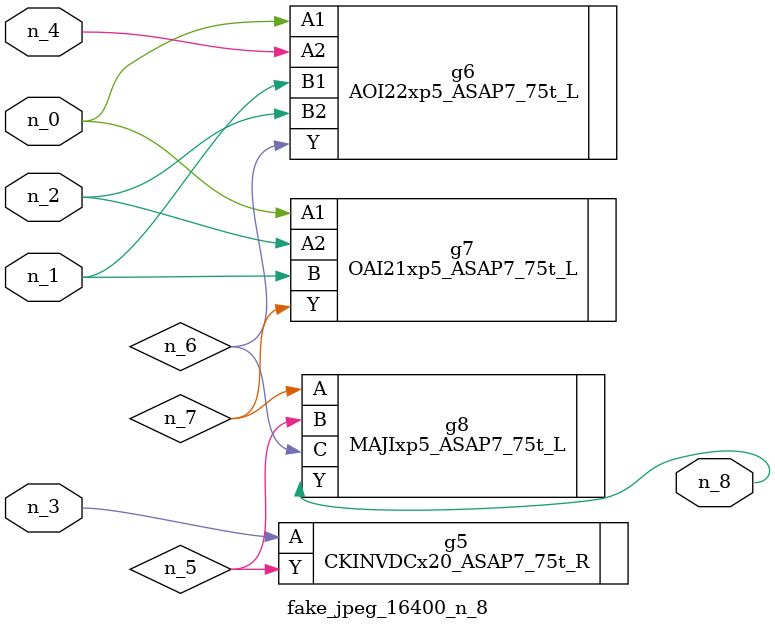
<source format=v>
module fake_jpeg_16400_n_8 (n_3, n_2, n_1, n_0, n_4, n_8);

input n_3;
input n_2;
input n_1;
input n_0;
input n_4;

output n_8;

wire n_6;
wire n_5;
wire n_7;

CKINVDCx20_ASAP7_75t_R g5 ( 
.A(n_3),
.Y(n_5)
);

AOI22xp5_ASAP7_75t_L g6 ( 
.A1(n_0),
.A2(n_4),
.B1(n_1),
.B2(n_2),
.Y(n_6)
);

OAI21xp5_ASAP7_75t_L g7 ( 
.A1(n_0),
.A2(n_2),
.B(n_1),
.Y(n_7)
);

MAJIxp5_ASAP7_75t_L g8 ( 
.A(n_7),
.B(n_5),
.C(n_6),
.Y(n_8)
);


endmodule
</source>
